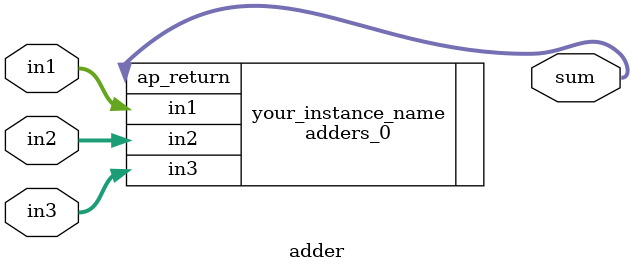
<source format=v>
`timescale 1ns / 1ps


module adder(
 in1,
        in2,
        in3,
        sum
);


input  [31:0] in1;
input  [31:0] in2;
input  [31:0] in3;
output  [31:0] sum;

  
    
    adders_0 your_instance_name (
  .in1(in1),              // input wire [31 : 0] in1
  .in2(in2),              // input wire [31 : 0] in2
  .in3(in3),              // input wire [31 : 0] in3
  .ap_return(sum)  // output wire [31 : 0] ap_return
);

endmodule

</source>
